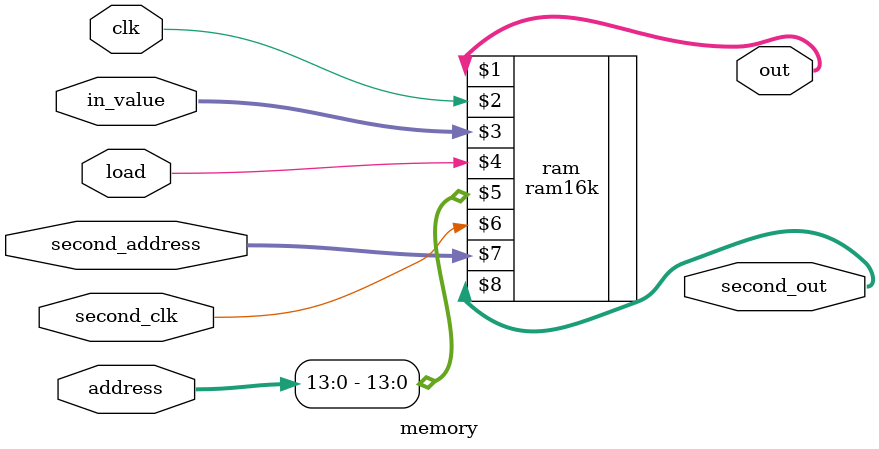
<source format=v>
`timescale 1ns/1ps
`include "../../memory/ram16k/ram16k.v"

module memory(output [15:0] out,
              input clk,
              input [15:0] in_value,
              input wire load,
              input [14:0] address,
              input second_clk,
              input [14:0] second_address,
              output [15:0] second_out);
    // By convention, the bitmap for our 160*120 pixel screen which requires
    // 1200 16-bit values is held at:
    //   0x200 - 0x6B0 (512 - 1712)
    // Thus our memory map looks like:
    //     0x0 - 0x200   General Purpose RAM
    //   0x200 - 0x6B0   Video Bitmap
    //   0x6B0 - 0x800   General Purpose RAM
    ram16k ram(out, clk, in_value, load, address[13:0], second_clk, second_address, second_out);
endmodule
</source>
